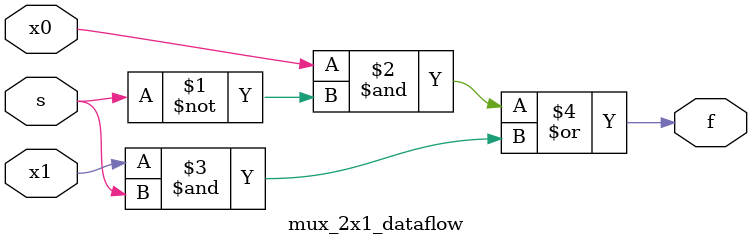
<source format=v>
module mux_2x1_dataflow(
    input x0,
    input x1,
    input s,
    output f
    );

    assign f = (x0 & ~s) | (x1 & s);

endmodule
</source>
